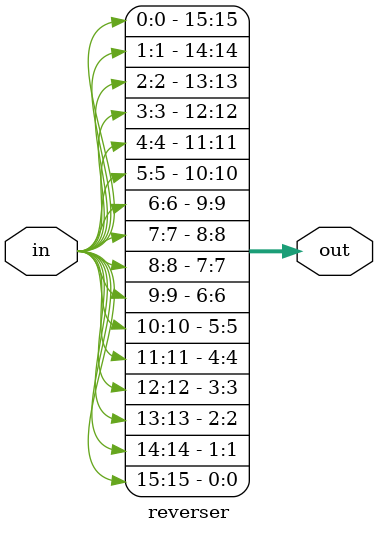
<source format=v>
`default_nettype none
module reverser(
  input  wire [15:0] in,
  output wire [15:0] out
);

assign out[15] = in[0];
assign out[14] = in[1];
assign out[13] = in[2];
assign out[12] = in[3];
assign out[11] = in[4];
assign out[10] = in[5];
assign out[ 9] = in[6];
assign out[ 8] = in[7];
assign out[ 7] = in[8];
assign out[ 6] = in[9];
assign out[ 5] = in[10];
assign out[ 4] = in[11];
assign out[ 3] = in[12];
assign out[ 2] = in[13];
assign out[ 1] = in[14];
assign out[ 0] = in[15];

endmodule
`default_nettype wire

</source>
